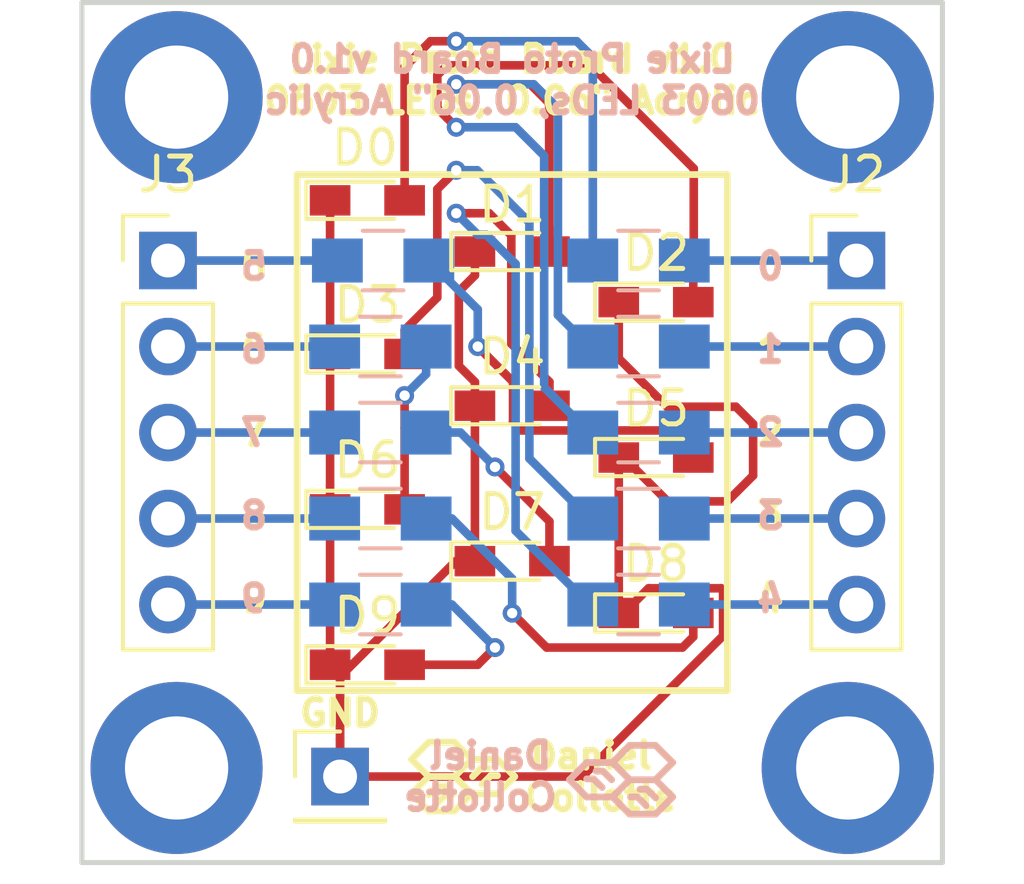
<source format=kicad_pcb>
(kicad_pcb (version 4) (host pcbnew 4.0.6)

  (general
    (links 30)
    (no_connects 0)
    (area 88.824999 91.364999 114.375001 116.915001)
    (thickness 1.6)
    (drawings 65)
    (tracks 144)
    (zones 0)
    (modules 23)
    (nets 22)
  )

  (page A4)
  (layers
    (0 F.Cu signal)
    (31 B.Cu signal)
    (32 B.Adhes user hide)
    (33 F.Adhes user)
    (34 B.Paste user hide)
    (35 F.Paste user)
    (36 B.SilkS user hide)
    (37 F.SilkS user)
    (38 B.Mask user hide)
    (39 F.Mask user)
    (40 Dwgs.User user)
    (41 Cmts.User user)
    (42 Eco1.User user)
    (43 Eco2.User user hide)
    (44 Edge.Cuts user)
    (45 Margin user)
    (46 B.CrtYd user hide)
    (47 F.CrtYd user)
    (48 B.Fab user hide)
    (49 F.Fab user)
  )

  (setup
    (last_trace_width 0.254)
    (user_trace_width 0.1524)
    (user_trace_width 0.254)
    (trace_clearance 0.1524)
    (zone_clearance 0.508)
    (zone_45_only no)
    (trace_min 0.1524)
    (segment_width 0.2)
    (edge_width 0.15)
    (via_size 0.5588)
    (via_drill 0.3048)
    (via_min_size 0.508)
    (via_min_drill 0.254)
    (user_via 0.5588 0.3048)
    (user_via 5.08 3.048)
    (uvia_size 0.3)
    (uvia_drill 0.1)
    (uvias_allowed no)
    (uvia_min_size 0.2)
    (uvia_min_drill 0.1)
    (pcb_text_width 0.3)
    (pcb_text_size 1.5 1.5)
    (mod_edge_width 0.15)
    (mod_text_size 1 1)
    (mod_text_width 0.15)
    (pad_size 1.524 1.524)
    (pad_drill 0.762)
    (pad_to_mask_clearance 0.2)
    (aux_axis_origin 88.9 116.84)
    (grid_origin 88.9 116.84)
    (visible_elements 7FFE76BF)
    (pcbplotparams
      (layerselection 0x01030_80000001)
      (usegerberextensions false)
      (excludeedgelayer true)
      (linewidth 0.100000)
      (plotframeref false)
      (viasonmask false)
      (mode 1)
      (useauxorigin false)
      (hpglpennumber 1)
      (hpglpenspeed 20)
      (hpglpendiameter 15)
      (hpglpenoverlay 2)
      (psnegative false)
      (psa4output false)
      (plotreference true)
      (plotvalue true)
      (plotinvisibletext false)
      (padsonsilk false)
      (subtractmaskfromsilk false)
      (outputformat 1)
      (mirror false)
      (drillshape 0)
      (scaleselection 1)
      (outputdirectory R:/Dropbox/Lixie_Test/Gerbers/))
  )

  (net 0 "")
  (net 1 GND)
  (net 2 "Net-(D1-Pad2)")
  (net 3 "Net-(D2-Pad2)")
  (net 4 "Net-(D3-Pad2)")
  (net 5 "Net-(D4-Pad2)")
  (net 6 "Net-(D5-Pad2)")
  (net 7 "Net-(D6-Pad2)")
  (net 8 "Net-(D7-Pad2)")
  (net 9 "Net-(D8-Pad2)")
  (net 10 "Net-(D9-Pad2)")
  (net 11 "Net-(D0-Pad2)")
  (net 12 "Net-(J2-Pad1)")
  (net 13 "Net-(J2-Pad2)")
  (net 14 "Net-(J2-Pad3)")
  (net 15 "Net-(J2-Pad4)")
  (net 16 "Net-(J2-Pad5)")
  (net 17 "Net-(J3-Pad1)")
  (net 18 "Net-(J3-Pad2)")
  (net 19 "Net-(J3-Pad3)")
  (net 20 "Net-(J3-Pad4)")
  (net 21 "Net-(J3-Pad5)")

  (net_class Default "This is the default net class."
    (clearance 0.1524)
    (trace_width 0.254)
    (via_dia 0.5588)
    (via_drill 0.3048)
    (uvia_dia 0.3)
    (uvia_drill 0.1)
    (add_net GND)
    (add_net "Net-(D0-Pad2)")
    (add_net "Net-(D1-Pad2)")
    (add_net "Net-(D2-Pad2)")
    (add_net "Net-(D3-Pad2)")
    (add_net "Net-(D4-Pad2)")
    (add_net "Net-(D5-Pad2)")
    (add_net "Net-(D6-Pad2)")
    (add_net "Net-(D7-Pad2)")
    (add_net "Net-(D8-Pad2)")
    (add_net "Net-(D9-Pad2)")
    (add_net "Net-(J2-Pad1)")
    (add_net "Net-(J2-Pad2)")
    (add_net "Net-(J2-Pad3)")
    (add_net "Net-(J2-Pad4)")
    (add_net "Net-(J2-Pad5)")
    (add_net "Net-(J3-Pad1)")
    (add_net "Net-(J3-Pad2)")
    (add_net "Net-(J3-Pad3)")
    (add_net "Net-(J3-Pad4)")
    (add_net "Net-(J3-Pad5)")
  )

  (module LEDs:LED_0603_HandSoldering (layer F.Cu) (tedit 597D1DBB) (tstamp 597D0BC2)
    (at 101.6 98.794832)
    (descr "LED SMD 0603, hand soldering")
    (tags "LED 0603")
    (path /597CDB6D)
    (attr smd)
    (fp_text reference D1 (at 0 -1.385832) (layer F.SilkS)
      (effects (font (size 1 1) (thickness 0.15)))
    )
    (fp_text value LED (at 0 1.55) (layer F.Fab)
      (effects (font (size 1 1) (thickness 0.15)))
    )
    (fp_line (start -1.8 -0.55) (end -1.8 0.55) (layer F.SilkS) (width 0.12))
    (fp_line (start -0.2 -0.2) (end -0.2 0.2) (layer F.Fab) (width 0.1))
    (fp_line (start -0.15 0) (end 0.15 -0.2) (layer F.Fab) (width 0.1))
    (fp_line (start 0.15 0.2) (end -0.15 0) (layer F.Fab) (width 0.1))
    (fp_line (start 0.15 -0.2) (end 0.15 0.2) (layer F.Fab) (width 0.1))
    (fp_line (start 0.8 0.4) (end -0.8 0.4) (layer F.Fab) (width 0.1))
    (fp_line (start 0.8 -0.4) (end 0.8 0.4) (layer F.Fab) (width 0.1))
    (fp_line (start -0.8 -0.4) (end 0.8 -0.4) (layer F.Fab) (width 0.1))
    (fp_line (start -1.8 0.55) (end 0.8 0.55) (layer F.SilkS) (width 0.12))
    (fp_line (start -1.8 -0.55) (end 0.8 -0.55) (layer F.SilkS) (width 0.12))
    (fp_line (start -1.96 -0.7) (end 1.95 -0.7) (layer F.CrtYd) (width 0.05))
    (fp_line (start -1.96 -0.7) (end -1.96 0.7) (layer F.CrtYd) (width 0.05))
    (fp_line (start 1.95 0.7) (end 1.95 -0.7) (layer F.CrtYd) (width 0.05))
    (fp_line (start 1.95 0.7) (end -1.96 0.7) (layer F.CrtYd) (width 0.05))
    (fp_line (start -0.8 -0.4) (end -0.8 0.4) (layer F.Fab) (width 0.1))
    (pad 1 smd rect (at -1.1 0) (size 1.2 0.9) (layers F.Cu F.Paste F.Mask)
      (net 1 GND))
    (pad 2 smd rect (at 1.1 0) (size 1.2 0.9) (layers F.Cu F.Paste F.Mask)
      (net 2 "Net-(D1-Pad2)"))
    (model ${KISYS3DMOD}/LEDs.3dshapes/LED_0603.wrl
      (at (xyz 0 0 0))
      (scale (xyz 1 1 1))
      (rotate (xyz 0 0 180))
    )
  )

  (module LEDs:LED_0603_HandSoldering (layer F.Cu) (tedit 595FC9C0) (tstamp 597D0BD7)
    (at 105.846 100.288776)
    (descr "LED SMD 0603, hand soldering")
    (tags "LED 0603")
    (path /597D05FE)
    (attr smd)
    (fp_text reference D2 (at 0 -1.45) (layer F.SilkS)
      (effects (font (size 1 1) (thickness 0.15)))
    )
    (fp_text value LED (at 0 1.55) (layer F.Fab)
      (effects (font (size 1 1) (thickness 0.15)))
    )
    (fp_line (start -1.8 -0.55) (end -1.8 0.55) (layer F.SilkS) (width 0.12))
    (fp_line (start -0.2 -0.2) (end -0.2 0.2) (layer F.Fab) (width 0.1))
    (fp_line (start -0.15 0) (end 0.15 -0.2) (layer F.Fab) (width 0.1))
    (fp_line (start 0.15 0.2) (end -0.15 0) (layer F.Fab) (width 0.1))
    (fp_line (start 0.15 -0.2) (end 0.15 0.2) (layer F.Fab) (width 0.1))
    (fp_line (start 0.8 0.4) (end -0.8 0.4) (layer F.Fab) (width 0.1))
    (fp_line (start 0.8 -0.4) (end 0.8 0.4) (layer F.Fab) (width 0.1))
    (fp_line (start -0.8 -0.4) (end 0.8 -0.4) (layer F.Fab) (width 0.1))
    (fp_line (start -1.8 0.55) (end 0.8 0.55) (layer F.SilkS) (width 0.12))
    (fp_line (start -1.8 -0.55) (end 0.8 -0.55) (layer F.SilkS) (width 0.12))
    (fp_line (start -1.96 -0.7) (end 1.95 -0.7) (layer F.CrtYd) (width 0.05))
    (fp_line (start -1.96 -0.7) (end -1.96 0.7) (layer F.CrtYd) (width 0.05))
    (fp_line (start 1.95 0.7) (end 1.95 -0.7) (layer F.CrtYd) (width 0.05))
    (fp_line (start 1.95 0.7) (end -1.96 0.7) (layer F.CrtYd) (width 0.05))
    (fp_line (start -0.8 -0.4) (end -0.8 0.4) (layer F.Fab) (width 0.1))
    (pad 1 smd rect (at -1.1 0) (size 1.2 0.9) (layers F.Cu F.Paste F.Mask)
      (net 1 GND))
    (pad 2 smd rect (at 1.1 0) (size 1.2 0.9) (layers F.Cu F.Paste F.Mask)
      (net 3 "Net-(D2-Pad2)"))
    (model ${KISYS3DMOD}/LEDs.3dshapes/LED_0603.wrl
      (at (xyz 0 0 0))
      (scale (xyz 1 1 1))
      (rotate (xyz 0 0 180))
    )
  )

  (module LEDs:LED_0603_HandSoldering (layer F.Cu) (tedit 595FC9C0) (tstamp 597D0BEC)
    (at 97.325 101.818664)
    (descr "LED SMD 0603, hand soldering")
    (tags "LED 0603")
    (path /597D09EC)
    (attr smd)
    (fp_text reference D3 (at 0 -1.45) (layer F.SilkS)
      (effects (font (size 1 1) (thickness 0.15)))
    )
    (fp_text value LED (at 0 1.55) (layer F.Fab)
      (effects (font (size 1 1) (thickness 0.15)))
    )
    (fp_line (start -1.8 -0.55) (end -1.8 0.55) (layer F.SilkS) (width 0.12))
    (fp_line (start -0.2 -0.2) (end -0.2 0.2) (layer F.Fab) (width 0.1))
    (fp_line (start -0.15 0) (end 0.15 -0.2) (layer F.Fab) (width 0.1))
    (fp_line (start 0.15 0.2) (end -0.15 0) (layer F.Fab) (width 0.1))
    (fp_line (start 0.15 -0.2) (end 0.15 0.2) (layer F.Fab) (width 0.1))
    (fp_line (start 0.8 0.4) (end -0.8 0.4) (layer F.Fab) (width 0.1))
    (fp_line (start 0.8 -0.4) (end 0.8 0.4) (layer F.Fab) (width 0.1))
    (fp_line (start -0.8 -0.4) (end 0.8 -0.4) (layer F.Fab) (width 0.1))
    (fp_line (start -1.8 0.55) (end 0.8 0.55) (layer F.SilkS) (width 0.12))
    (fp_line (start -1.8 -0.55) (end 0.8 -0.55) (layer F.SilkS) (width 0.12))
    (fp_line (start -1.96 -0.7) (end 1.95 -0.7) (layer F.CrtYd) (width 0.05))
    (fp_line (start -1.96 -0.7) (end -1.96 0.7) (layer F.CrtYd) (width 0.05))
    (fp_line (start 1.95 0.7) (end 1.95 -0.7) (layer F.CrtYd) (width 0.05))
    (fp_line (start 1.95 0.7) (end -1.96 0.7) (layer F.CrtYd) (width 0.05))
    (fp_line (start -0.8 -0.4) (end -0.8 0.4) (layer F.Fab) (width 0.1))
    (pad 1 smd rect (at -1.1 0) (size 1.2 0.9) (layers F.Cu F.Paste F.Mask)
      (net 1 GND))
    (pad 2 smd rect (at 1.1 0) (size 1.2 0.9) (layers F.Cu F.Paste F.Mask)
      (net 4 "Net-(D3-Pad2)"))
    (model ${KISYS3DMOD}/LEDs.3dshapes/LED_0603.wrl
      (at (xyz 0 0 0))
      (scale (xyz 1 1 1))
      (rotate (xyz 0 0 180))
    )
  )

  (module LEDs:LED_0603_HandSoldering (layer F.Cu) (tedit 595FC9C0) (tstamp 597D0C01)
    (at 101.6 103.348552)
    (descr "LED SMD 0603, hand soldering")
    (tags "LED 0603")
    (path /597D15C2)
    (attr smd)
    (fp_text reference D4 (at 0 -1.45) (layer F.SilkS)
      (effects (font (size 1 1) (thickness 0.15)))
    )
    (fp_text value LED (at 0 1.55) (layer F.Fab)
      (effects (font (size 1 1) (thickness 0.15)))
    )
    (fp_line (start -1.8 -0.55) (end -1.8 0.55) (layer F.SilkS) (width 0.12))
    (fp_line (start -0.2 -0.2) (end -0.2 0.2) (layer F.Fab) (width 0.1))
    (fp_line (start -0.15 0) (end 0.15 -0.2) (layer F.Fab) (width 0.1))
    (fp_line (start 0.15 0.2) (end -0.15 0) (layer F.Fab) (width 0.1))
    (fp_line (start 0.15 -0.2) (end 0.15 0.2) (layer F.Fab) (width 0.1))
    (fp_line (start 0.8 0.4) (end -0.8 0.4) (layer F.Fab) (width 0.1))
    (fp_line (start 0.8 -0.4) (end 0.8 0.4) (layer F.Fab) (width 0.1))
    (fp_line (start -0.8 -0.4) (end 0.8 -0.4) (layer F.Fab) (width 0.1))
    (fp_line (start -1.8 0.55) (end 0.8 0.55) (layer F.SilkS) (width 0.12))
    (fp_line (start -1.8 -0.55) (end 0.8 -0.55) (layer F.SilkS) (width 0.12))
    (fp_line (start -1.96 -0.7) (end 1.95 -0.7) (layer F.CrtYd) (width 0.05))
    (fp_line (start -1.96 -0.7) (end -1.96 0.7) (layer F.CrtYd) (width 0.05))
    (fp_line (start 1.95 0.7) (end 1.95 -0.7) (layer F.CrtYd) (width 0.05))
    (fp_line (start 1.95 0.7) (end -1.96 0.7) (layer F.CrtYd) (width 0.05))
    (fp_line (start -0.8 -0.4) (end -0.8 0.4) (layer F.Fab) (width 0.1))
    (pad 1 smd rect (at -1.1 0) (size 1.2 0.9) (layers F.Cu F.Paste F.Mask)
      (net 1 GND))
    (pad 2 smd rect (at 1.1 0) (size 1.2 0.9) (layers F.Cu F.Paste F.Mask)
      (net 5 "Net-(D4-Pad2)"))
    (model ${KISYS3DMOD}/LEDs.3dshapes/LED_0603.wrl
      (at (xyz 0 0 0))
      (scale (xyz 1 1 1))
      (rotate (xyz 0 0 180))
    )
  )

  (module LEDs:LED_0603_HandSoldering (layer F.Cu) (tedit 595FC9C0) (tstamp 597D0C16)
    (at 105.846 104.87844)
    (descr "LED SMD 0603, hand soldering")
    (tags "LED 0603")
    (path /597D1548)
    (attr smd)
    (fp_text reference D5 (at 0 -1.45) (layer F.SilkS)
      (effects (font (size 1 1) (thickness 0.15)))
    )
    (fp_text value LED (at 0 1.55) (layer F.Fab)
      (effects (font (size 1 1) (thickness 0.15)))
    )
    (fp_line (start -1.8 -0.55) (end -1.8 0.55) (layer F.SilkS) (width 0.12))
    (fp_line (start -0.2 -0.2) (end -0.2 0.2) (layer F.Fab) (width 0.1))
    (fp_line (start -0.15 0) (end 0.15 -0.2) (layer F.Fab) (width 0.1))
    (fp_line (start 0.15 0.2) (end -0.15 0) (layer F.Fab) (width 0.1))
    (fp_line (start 0.15 -0.2) (end 0.15 0.2) (layer F.Fab) (width 0.1))
    (fp_line (start 0.8 0.4) (end -0.8 0.4) (layer F.Fab) (width 0.1))
    (fp_line (start 0.8 -0.4) (end 0.8 0.4) (layer F.Fab) (width 0.1))
    (fp_line (start -0.8 -0.4) (end 0.8 -0.4) (layer F.Fab) (width 0.1))
    (fp_line (start -1.8 0.55) (end 0.8 0.55) (layer F.SilkS) (width 0.12))
    (fp_line (start -1.8 -0.55) (end 0.8 -0.55) (layer F.SilkS) (width 0.12))
    (fp_line (start -1.96 -0.7) (end 1.95 -0.7) (layer F.CrtYd) (width 0.05))
    (fp_line (start -1.96 -0.7) (end -1.96 0.7) (layer F.CrtYd) (width 0.05))
    (fp_line (start 1.95 0.7) (end 1.95 -0.7) (layer F.CrtYd) (width 0.05))
    (fp_line (start 1.95 0.7) (end -1.96 0.7) (layer F.CrtYd) (width 0.05))
    (fp_line (start -0.8 -0.4) (end -0.8 0.4) (layer F.Fab) (width 0.1))
    (pad 1 smd rect (at -1.1 0) (size 1.2 0.9) (layers F.Cu F.Paste F.Mask)
      (net 1 GND))
    (pad 2 smd rect (at 1.1 0) (size 1.2 0.9) (layers F.Cu F.Paste F.Mask)
      (net 6 "Net-(D5-Pad2)"))
    (model ${KISYS3DMOD}/LEDs.3dshapes/LED_0603.wrl
      (at (xyz 0 0 0))
      (scale (xyz 1 1 1))
      (rotate (xyz 0 0 180))
    )
  )

  (module LEDs:LED_0603_HandSoldering (layer F.Cu) (tedit 595FC9C0) (tstamp 597D0C55)
    (at 105.846 109.468104)
    (descr "LED SMD 0603, hand soldering")
    (tags "LED 0603")
    (path /597D08AC)
    (attr smd)
    (fp_text reference D8 (at 0 -1.45) (layer F.SilkS)
      (effects (font (size 1 1) (thickness 0.15)))
    )
    (fp_text value LED (at 0 1.55) (layer F.Fab)
      (effects (font (size 1 1) (thickness 0.15)))
    )
    (fp_line (start -1.8 -0.55) (end -1.8 0.55) (layer F.SilkS) (width 0.12))
    (fp_line (start -0.2 -0.2) (end -0.2 0.2) (layer F.Fab) (width 0.1))
    (fp_line (start -0.15 0) (end 0.15 -0.2) (layer F.Fab) (width 0.1))
    (fp_line (start 0.15 0.2) (end -0.15 0) (layer F.Fab) (width 0.1))
    (fp_line (start 0.15 -0.2) (end 0.15 0.2) (layer F.Fab) (width 0.1))
    (fp_line (start 0.8 0.4) (end -0.8 0.4) (layer F.Fab) (width 0.1))
    (fp_line (start 0.8 -0.4) (end 0.8 0.4) (layer F.Fab) (width 0.1))
    (fp_line (start -0.8 -0.4) (end 0.8 -0.4) (layer F.Fab) (width 0.1))
    (fp_line (start -1.8 0.55) (end 0.8 0.55) (layer F.SilkS) (width 0.12))
    (fp_line (start -1.8 -0.55) (end 0.8 -0.55) (layer F.SilkS) (width 0.12))
    (fp_line (start -1.96 -0.7) (end 1.95 -0.7) (layer F.CrtYd) (width 0.05))
    (fp_line (start -1.96 -0.7) (end -1.96 0.7) (layer F.CrtYd) (width 0.05))
    (fp_line (start 1.95 0.7) (end 1.95 -0.7) (layer F.CrtYd) (width 0.05))
    (fp_line (start 1.95 0.7) (end -1.96 0.7) (layer F.CrtYd) (width 0.05))
    (fp_line (start -0.8 -0.4) (end -0.8 0.4) (layer F.Fab) (width 0.1))
    (pad 1 smd rect (at -1.1 0) (size 1.2 0.9) (layers F.Cu F.Paste F.Mask)
      (net 1 GND))
    (pad 2 smd rect (at 1.1 0) (size 1.2 0.9) (layers F.Cu F.Paste F.Mask)
      (net 9 "Net-(D8-Pad2)"))
    (model ${KISYS3DMOD}/LEDs.3dshapes/LED_0603.wrl
      (at (xyz 0 0 0))
      (scale (xyz 1 1 1))
      (rotate (xyz 0 0 180))
    )
  )

  (module LEDs:LED_0603_HandSoldering (layer F.Cu) (tedit 595FC9C0) (tstamp 597D0C6A)
    (at 97.325 110.997992)
    (descr "LED SMD 0603, hand soldering")
    (tags "LED 0603")
    (path /597D5115)
    (attr smd)
    (fp_text reference D9 (at 0 -1.45) (layer F.SilkS)
      (effects (font (size 1 1) (thickness 0.15)))
    )
    (fp_text value LED (at 0 1.55) (layer F.Fab)
      (effects (font (size 1 1) (thickness 0.15)))
    )
    (fp_line (start -1.8 -0.55) (end -1.8 0.55) (layer F.SilkS) (width 0.12))
    (fp_line (start -0.2 -0.2) (end -0.2 0.2) (layer F.Fab) (width 0.1))
    (fp_line (start -0.15 0) (end 0.15 -0.2) (layer F.Fab) (width 0.1))
    (fp_line (start 0.15 0.2) (end -0.15 0) (layer F.Fab) (width 0.1))
    (fp_line (start 0.15 -0.2) (end 0.15 0.2) (layer F.Fab) (width 0.1))
    (fp_line (start 0.8 0.4) (end -0.8 0.4) (layer F.Fab) (width 0.1))
    (fp_line (start 0.8 -0.4) (end 0.8 0.4) (layer F.Fab) (width 0.1))
    (fp_line (start -0.8 -0.4) (end 0.8 -0.4) (layer F.Fab) (width 0.1))
    (fp_line (start -1.8 0.55) (end 0.8 0.55) (layer F.SilkS) (width 0.12))
    (fp_line (start -1.8 -0.55) (end 0.8 -0.55) (layer F.SilkS) (width 0.12))
    (fp_line (start -1.96 -0.7) (end 1.95 -0.7) (layer F.CrtYd) (width 0.05))
    (fp_line (start -1.96 -0.7) (end -1.96 0.7) (layer F.CrtYd) (width 0.05))
    (fp_line (start 1.95 0.7) (end 1.95 -0.7) (layer F.CrtYd) (width 0.05))
    (fp_line (start 1.95 0.7) (end -1.96 0.7) (layer F.CrtYd) (width 0.05))
    (fp_line (start -0.8 -0.4) (end -0.8 0.4) (layer F.Fab) (width 0.1))
    (pad 1 smd rect (at -1.1 0) (size 1.2 0.9) (layers F.Cu F.Paste F.Mask)
      (net 1 GND))
    (pad 2 smd rect (at 1.1 0) (size 1.2 0.9) (layers F.Cu F.Paste F.Mask)
      (net 10 "Net-(D9-Pad2)"))
    (model ${KISYS3DMOD}/LEDs.3dshapes/LED_0603.wrl
      (at (xyz 0 0 0))
      (scale (xyz 1 1 1))
      (rotate (xyz 0 0 180))
    )
  )

  (module Resistors_SMD:R_0805_HandSoldering (layer B.Cu) (tedit 597D2B99) (tstamp 597D0E32)
    (at 105.33 99.06 180)
    (descr "Resistor SMD 0805, hand soldering")
    (tags "resistor 0805")
    (path /597D198E)
    (attr smd)
    (fp_text reference R1 (at 0 1.7 180) (layer B.SilkS) hide
      (effects (font (size 1 1) (thickness 0.15)) (justify mirror))
    )
    (fp_text value R (at 0 -1.75 180) (layer B.Fab)
      (effects (font (size 1 1) (thickness 0.15)) (justify mirror))
    )
    (fp_text user %R (at 1.4 -0.1 180) (layer B.Fab)
      (effects (font (size 0.5 0.5) (thickness 0.075)) (justify mirror))
    )
    (fp_line (start -1 -0.62) (end -1 0.62) (layer B.Fab) (width 0.1))
    (fp_line (start 1 -0.62) (end -1 -0.62) (layer B.Fab) (width 0.1))
    (fp_line (start 1 0.62) (end 1 -0.62) (layer B.Fab) (width 0.1))
    (fp_line (start -1 0.62) (end 1 0.62) (layer B.Fab) (width 0.1))
    (fp_line (start 0.6 -0.88) (end -0.6 -0.88) (layer B.SilkS) (width 0.12))
    (fp_line (start -0.6 0.88) (end 0.6 0.88) (layer B.SilkS) (width 0.12))
    (fp_line (start -2.35 0.9) (end 2.35 0.9) (layer B.CrtYd) (width 0.05))
    (fp_line (start -2.35 0.9) (end -2.35 -0.9) (layer B.CrtYd) (width 0.05))
    (fp_line (start 2.35 -0.9) (end 2.35 0.9) (layer B.CrtYd) (width 0.05))
    (fp_line (start 2.35 -0.9) (end -2.35 -0.9) (layer B.CrtYd) (width 0.05))
    (pad 1 smd rect (at -1.35 0 180) (size 1.5 1.3) (layers B.Cu B.Paste B.Mask)
      (net 12 "Net-(J2-Pad1)"))
    (pad 2 smd rect (at 1.35 0 180) (size 1.5 1.3) (layers B.Cu B.Paste B.Mask)
      (net 11 "Net-(D0-Pad2)"))
    (model ${KISYS3DMOD}/Resistors_SMD.3dshapes/R_0805.wrl
      (at (xyz 0 0 0))
      (scale (xyz 1 1 1))
      (rotate (xyz 0 0 0))
    )
  )

  (module Resistors_SMD:R_0805_HandSoldering (layer B.Cu) (tedit 597D2B9C) (tstamp 597D0E43)
    (at 105.33 101.6 180)
    (descr "Resistor SMD 0805, hand soldering")
    (tags "resistor 0805")
    (path /597D2195)
    (attr smd)
    (fp_text reference R2 (at 0 1.7 180) (layer B.SilkS) hide
      (effects (font (size 1 1) (thickness 0.15)) (justify mirror))
    )
    (fp_text value R (at 0 -1.75 180) (layer B.Fab)
      (effects (font (size 1 1) (thickness 0.15)) (justify mirror))
    )
    (fp_text user %R (at 0 0 180) (layer B.Fab)
      (effects (font (size 0.5 0.5) (thickness 0.075)) (justify mirror))
    )
    (fp_line (start -1 -0.62) (end -1 0.62) (layer B.Fab) (width 0.1))
    (fp_line (start 1 -0.62) (end -1 -0.62) (layer B.Fab) (width 0.1))
    (fp_line (start 1 0.62) (end 1 -0.62) (layer B.Fab) (width 0.1))
    (fp_line (start -1 0.62) (end 1 0.62) (layer B.Fab) (width 0.1))
    (fp_line (start 0.6 -0.88) (end -0.6 -0.88) (layer B.SilkS) (width 0.12))
    (fp_line (start -0.6 0.88) (end 0.6 0.88) (layer B.SilkS) (width 0.12))
    (fp_line (start -2.35 0.9) (end 2.35 0.9) (layer B.CrtYd) (width 0.05))
    (fp_line (start -2.35 0.9) (end -2.35 -0.9) (layer B.CrtYd) (width 0.05))
    (fp_line (start 2.35 -0.9) (end 2.35 0.9) (layer B.CrtYd) (width 0.05))
    (fp_line (start 2.35 -0.9) (end -2.35 -0.9) (layer B.CrtYd) (width 0.05))
    (pad 1 smd rect (at -1.35 0 180) (size 1.5 1.3) (layers B.Cu B.Paste B.Mask)
      (net 13 "Net-(J2-Pad2)"))
    (pad 2 smd rect (at 1.35 0 180) (size 1.5 1.3) (layers B.Cu B.Paste B.Mask)
      (net 2 "Net-(D1-Pad2)"))
    (model ${KISYS3DMOD}/Resistors_SMD.3dshapes/R_0805.wrl
      (at (xyz 0 0 0))
      (scale (xyz 1 1 1))
      (rotate (xyz 0 0 0))
    )
  )

  (module Resistors_SMD:R_0805_HandSoldering (layer B.Cu) (tedit 597D2B9F) (tstamp 597D0E54)
    (at 105.33 104.14 180)
    (descr "Resistor SMD 0805, hand soldering")
    (tags "resistor 0805")
    (path /597D21D0)
    (attr smd)
    (fp_text reference R3 (at 0 1.7 180) (layer B.SilkS) hide
      (effects (font (size 1 1) (thickness 0.15)) (justify mirror))
    )
    (fp_text value R (at 0 -1.75 180) (layer B.Fab)
      (effects (font (size 1 1) (thickness 0.15)) (justify mirror))
    )
    (fp_text user %R (at 0 0 180) (layer B.Fab)
      (effects (font (size 0.5 0.5) (thickness 0.075)) (justify mirror))
    )
    (fp_line (start -1 -0.62) (end -1 0.62) (layer B.Fab) (width 0.1))
    (fp_line (start 1 -0.62) (end -1 -0.62) (layer B.Fab) (width 0.1))
    (fp_line (start 1 0.62) (end 1 -0.62) (layer B.Fab) (width 0.1))
    (fp_line (start -1 0.62) (end 1 0.62) (layer B.Fab) (width 0.1))
    (fp_line (start 0.6 -0.88) (end -0.6 -0.88) (layer B.SilkS) (width 0.12))
    (fp_line (start -0.6 0.88) (end 0.6 0.88) (layer B.SilkS) (width 0.12))
    (fp_line (start -2.35 0.9) (end 2.35 0.9) (layer B.CrtYd) (width 0.05))
    (fp_line (start -2.35 0.9) (end -2.35 -0.9) (layer B.CrtYd) (width 0.05))
    (fp_line (start 2.35 -0.9) (end 2.35 0.9) (layer B.CrtYd) (width 0.05))
    (fp_line (start 2.35 -0.9) (end -2.35 -0.9) (layer B.CrtYd) (width 0.05))
    (pad 1 smd rect (at -1.35 0 180) (size 1.5 1.3) (layers B.Cu B.Paste B.Mask)
      (net 14 "Net-(J2-Pad3)"))
    (pad 2 smd rect (at 1.35 0 180) (size 1.5 1.3) (layers B.Cu B.Paste B.Mask)
      (net 3 "Net-(D2-Pad2)"))
    (model ${KISYS3DMOD}/Resistors_SMD.3dshapes/R_0805.wrl
      (at (xyz 0 0 0))
      (scale (xyz 1 1 1))
      (rotate (xyz 0 0 0))
    )
  )

  (module Resistors_SMD:R_0805_HandSoldering (layer B.Cu) (tedit 597D2BA1) (tstamp 597D0E65)
    (at 105.33 106.68 180)
    (descr "Resistor SMD 0805, hand soldering")
    (tags "resistor 0805")
    (path /597D224E)
    (attr smd)
    (fp_text reference R4 (at 0 1.7 180) (layer B.SilkS) hide
      (effects (font (size 1 1) (thickness 0.15)) (justify mirror))
    )
    (fp_text value R (at 0 -1.75 180) (layer B.Fab)
      (effects (font (size 1 1) (thickness 0.15)) (justify mirror))
    )
    (fp_text user %R (at 0 0 180) (layer B.Fab)
      (effects (font (size 0.5 0.5) (thickness 0.075)) (justify mirror))
    )
    (fp_line (start -1 -0.62) (end -1 0.62) (layer B.Fab) (width 0.1))
    (fp_line (start 1 -0.62) (end -1 -0.62) (layer B.Fab) (width 0.1))
    (fp_line (start 1 0.62) (end 1 -0.62) (layer B.Fab) (width 0.1))
    (fp_line (start -1 0.62) (end 1 0.62) (layer B.Fab) (width 0.1))
    (fp_line (start 0.6 -0.88) (end -0.6 -0.88) (layer B.SilkS) (width 0.12))
    (fp_line (start -0.6 0.88) (end 0.6 0.88) (layer B.SilkS) (width 0.12))
    (fp_line (start -2.35 0.9) (end 2.35 0.9) (layer B.CrtYd) (width 0.05))
    (fp_line (start -2.35 0.9) (end -2.35 -0.9) (layer B.CrtYd) (width 0.05))
    (fp_line (start 2.35 -0.9) (end 2.35 0.9) (layer B.CrtYd) (width 0.05))
    (fp_line (start 2.35 -0.9) (end -2.35 -0.9) (layer B.CrtYd) (width 0.05))
    (pad 1 smd rect (at -1.35 0 180) (size 1.5 1.3) (layers B.Cu B.Paste B.Mask)
      (net 15 "Net-(J2-Pad4)"))
    (pad 2 smd rect (at 1.35 0 180) (size 1.5 1.3) (layers B.Cu B.Paste B.Mask)
      (net 4 "Net-(D3-Pad2)"))
    (model ${KISYS3DMOD}/Resistors_SMD.3dshapes/R_0805.wrl
      (at (xyz 0 0 0))
      (scale (xyz 1 1 1))
      (rotate (xyz 0 0 0))
    )
  )

  (module Resistors_SMD:R_0805_HandSoldering (layer B.Cu) (tedit 597D2BA3) (tstamp 597D0E76)
    (at 105.33 109.22 180)
    (descr "Resistor SMD 0805, hand soldering")
    (tags "resistor 0805")
    (path /597D22BD)
    (attr smd)
    (fp_text reference R5 (at 0 1.7 180) (layer B.SilkS) hide
      (effects (font (size 1 1) (thickness 0.15)) (justify mirror))
    )
    (fp_text value R (at 0 -1.75 180) (layer B.Fab)
      (effects (font (size 1 1) (thickness 0.15)) (justify mirror))
    )
    (fp_text user %R (at 0 0 180) (layer B.Fab)
      (effects (font (size 0.5 0.5) (thickness 0.075)) (justify mirror))
    )
    (fp_line (start -1 -0.62) (end -1 0.62) (layer B.Fab) (width 0.1))
    (fp_line (start 1 -0.62) (end -1 -0.62) (layer B.Fab) (width 0.1))
    (fp_line (start 1 0.62) (end 1 -0.62) (layer B.Fab) (width 0.1))
    (fp_line (start -1 0.62) (end 1 0.62) (layer B.Fab) (width 0.1))
    (fp_line (start 0.6 -0.88) (end -0.6 -0.88) (layer B.SilkS) (width 0.12))
    (fp_line (start -0.6 0.88) (end 0.6 0.88) (layer B.SilkS) (width 0.12))
    (fp_line (start -2.35 0.9) (end 2.35 0.9) (layer B.CrtYd) (width 0.05))
    (fp_line (start -2.35 0.9) (end -2.35 -0.9) (layer B.CrtYd) (width 0.05))
    (fp_line (start 2.35 -0.9) (end 2.35 0.9) (layer B.CrtYd) (width 0.05))
    (fp_line (start 2.35 -0.9) (end -2.35 -0.9) (layer B.CrtYd) (width 0.05))
    (pad 1 smd rect (at -1.35 0 180) (size 1.5 1.3) (layers B.Cu B.Paste B.Mask)
      (net 16 "Net-(J2-Pad5)"))
    (pad 2 smd rect (at 1.35 0 180) (size 1.5 1.3) (layers B.Cu B.Paste B.Mask)
      (net 5 "Net-(D4-Pad2)"))
    (model ${KISYS3DMOD}/Resistors_SMD.3dshapes/R_0805.wrl
      (at (xyz 0 0 0))
      (scale (xyz 1 1 1))
      (rotate (xyz 0 0 0))
    )
  )

  (module Resistors_SMD:R_0805_HandSoldering (layer B.Cu) (tedit 597D2BB3) (tstamp 597D0E87)
    (at 97.79 99.06)
    (descr "Resistor SMD 0805, hand soldering")
    (tags "resistor 0805")
    (path /597D233D)
    (attr smd)
    (fp_text reference R6 (at 0 1.7) (layer B.SilkS) hide
      (effects (font (size 1 1) (thickness 0.15)) (justify mirror))
    )
    (fp_text value R (at 0 -1.75) (layer B.Fab)
      (effects (font (size 1 1) (thickness 0.15)) (justify mirror))
    )
    (fp_text user %R (at 0 0) (layer B.Fab)
      (effects (font (size 0.5 0.5) (thickness 0.075)) (justify mirror))
    )
    (fp_line (start -1 -0.62) (end -1 0.62) (layer B.Fab) (width 0.1))
    (fp_line (start 1 -0.62) (end -1 -0.62) (layer B.Fab) (width 0.1))
    (fp_line (start 1 0.62) (end 1 -0.62) (layer B.Fab) (width 0.1))
    (fp_line (start -1 0.62) (end 1 0.62) (layer B.Fab) (width 0.1))
    (fp_line (start 0.6 -0.88) (end -0.6 -0.88) (layer B.SilkS) (width 0.12))
    (fp_line (start -0.6 0.88) (end 0.6 0.88) (layer B.SilkS) (width 0.12))
    (fp_line (start -2.35 0.9) (end 2.35 0.9) (layer B.CrtYd) (width 0.05))
    (fp_line (start -2.35 0.9) (end -2.35 -0.9) (layer B.CrtYd) (width 0.05))
    (fp_line (start 2.35 -0.9) (end 2.35 0.9) (layer B.CrtYd) (width 0.05))
    (fp_line (start 2.35 -0.9) (end -2.35 -0.9) (layer B.CrtYd) (width 0.05))
    (pad 1 smd rect (at -1.35 0) (size 1.5 1.3) (layers B.Cu B.Paste B.Mask)
      (net 17 "Net-(J3-Pad1)"))
    (pad 2 smd rect (at 1.35 0) (size 1.5 1.3) (layers B.Cu B.Paste B.Mask)
      (net 6 "Net-(D5-Pad2)"))
    (model ${KISYS3DMOD}/Resistors_SMD.3dshapes/R_0805.wrl
      (at (xyz 0 0 0))
      (scale (xyz 1 1 1))
      (rotate (xyz 0 0 0))
    )
  )

  (module Resistors_SMD:R_0805_HandSoldering (layer B.Cu) (tedit 597D2BB1) (tstamp 597D0E98)
    (at 97.71 101.6)
    (descr "Resistor SMD 0805, hand soldering")
    (tags "resistor 0805")
    (path /597D23B2)
    (attr smd)
    (fp_text reference R7 (at 0 1.7) (layer B.SilkS) hide
      (effects (font (size 1 1) (thickness 0.15)) (justify mirror))
    )
    (fp_text value R (at 0 -1.75) (layer B.Fab)
      (effects (font (size 1 1) (thickness 0.15)) (justify mirror))
    )
    (fp_text user %R (at 0 0) (layer B.Fab)
      (effects (font (size 0.5 0.5) (thickness 0.075)) (justify mirror))
    )
    (fp_line (start -1 -0.62) (end -1 0.62) (layer B.Fab) (width 0.1))
    (fp_line (start 1 -0.62) (end -1 -0.62) (layer B.Fab) (width 0.1))
    (fp_line (start 1 0.62) (end 1 -0.62) (layer B.Fab) (width 0.1))
    (fp_line (start -1 0.62) (end 1 0.62) (layer B.Fab) (width 0.1))
    (fp_line (start 0.6 -0.88) (end -0.6 -0.88) (layer B.SilkS) (width 0.12))
    (fp_line (start -0.6 0.88) (end 0.6 0.88) (layer B.SilkS) (width 0.12))
    (fp_line (start -2.35 0.9) (end 2.35 0.9) (layer B.CrtYd) (width 0.05))
    (fp_line (start -2.35 0.9) (end -2.35 -0.9) (layer B.CrtYd) (width 0.05))
    (fp_line (start 2.35 -0.9) (end 2.35 0.9) (layer B.CrtYd) (width 0.05))
    (fp_line (start 2.35 -0.9) (end -2.35 -0.9) (layer B.CrtYd) (width 0.05))
    (pad 1 smd rect (at -1.35 0) (size 1.5 1.3) (layers B.Cu B.Paste B.Mask)
      (net 18 "Net-(J3-Pad2)"))
    (pad 2 smd rect (at 1.35 0) (size 1.5 1.3) (layers B.Cu B.Paste B.Mask)
      (net 7 "Net-(D6-Pad2)"))
    (model ${KISYS3DMOD}/Resistors_SMD.3dshapes/R_0805.wrl
      (at (xyz 0 0 0))
      (scale (xyz 1 1 1))
      (rotate (xyz 0 0 0))
    )
  )

  (module Resistors_SMD:R_0805_HandSoldering (layer B.Cu) (tedit 597D2BAB) (tstamp 597D0EA9)
    (at 97.71 104.14)
    (descr "Resistor SMD 0805, hand soldering")
    (tags "resistor 0805")
    (path /597D2414)
    (attr smd)
    (fp_text reference R8 (at 0 1.7) (layer B.SilkS) hide
      (effects (font (size 1 1) (thickness 0.15)) (justify mirror))
    )
    (fp_text value R (at 0 -1.75) (layer B.Fab)
      (effects (font (size 1 1) (thickness 0.15)) (justify mirror))
    )
    (fp_text user %R (at 0 0) (layer B.Fab)
      (effects (font (size 0.5 0.5) (thickness 0.075)) (justify mirror))
    )
    (fp_line (start -1 -0.62) (end -1 0.62) (layer B.Fab) (width 0.1))
    (fp_line (start 1 -0.62) (end -1 -0.62) (layer B.Fab) (width 0.1))
    (fp_line (start 1 0.62) (end 1 -0.62) (layer B.Fab) (width 0.1))
    (fp_line (start -1 0.62) (end 1 0.62) (layer B.Fab) (width 0.1))
    (fp_line (start 0.6 -0.88) (end -0.6 -0.88) (layer B.SilkS) (width 0.12))
    (fp_line (start -0.6 0.88) (end 0.6 0.88) (layer B.SilkS) (width 0.12))
    (fp_line (start -2.35 0.9) (end 2.35 0.9) (layer B.CrtYd) (width 0.05))
    (fp_line (start -2.35 0.9) (end -2.35 -0.9) (layer B.CrtYd) (width 0.05))
    (fp_line (start 2.35 -0.9) (end 2.35 0.9) (layer B.CrtYd) (width 0.05))
    (fp_line (start 2.35 -0.9) (end -2.35 -0.9) (layer B.CrtYd) (width 0.05))
    (pad 1 smd rect (at -1.35 0) (size 1.5 1.3) (layers B.Cu B.Paste B.Mask)
      (net 19 "Net-(J3-Pad3)"))
    (pad 2 smd rect (at 1.35 0) (size 1.5 1.3) (layers B.Cu B.Paste B.Mask)
      (net 8 "Net-(D7-Pad2)"))
    (model ${KISYS3DMOD}/Resistors_SMD.3dshapes/R_0805.wrl
      (at (xyz 0 0 0))
      (scale (xyz 1 1 1))
      (rotate (xyz 0 0 0))
    )
  )

  (module Resistors_SMD:R_0805_HandSoldering (layer B.Cu) (tedit 597D2BA6) (tstamp 597D0EBA)
    (at 97.71 106.68)
    (descr "Resistor SMD 0805, hand soldering")
    (tags "resistor 0805")
    (path /597D2487)
    (attr smd)
    (fp_text reference R9 (at 0 1.7) (layer B.SilkS) hide
      (effects (font (size 1 1) (thickness 0.15)) (justify mirror))
    )
    (fp_text value R (at 0 -1.75) (layer B.Fab)
      (effects (font (size 1 1) (thickness 0.15)) (justify mirror))
    )
    (fp_text user %R (at 0 0) (layer B.Fab)
      (effects (font (size 0.5 0.5) (thickness 0.075)) (justify mirror))
    )
    (fp_line (start -1 -0.62) (end -1 0.62) (layer B.Fab) (width 0.1))
    (fp_line (start 1 -0.62) (end -1 -0.62) (layer B.Fab) (width 0.1))
    (fp_line (start 1 0.62) (end 1 -0.62) (layer B.Fab) (width 0.1))
    (fp_line (start -1 0.62) (end 1 0.62) (layer B.Fab) (width 0.1))
    (fp_line (start 0.6 -0.88) (end -0.6 -0.88) (layer B.SilkS) (width 0.12))
    (fp_line (start -0.6 0.88) (end 0.6 0.88) (layer B.SilkS) (width 0.12))
    (fp_line (start -2.35 0.9) (end 2.35 0.9) (layer B.CrtYd) (width 0.05))
    (fp_line (start -2.35 0.9) (end -2.35 -0.9) (layer B.CrtYd) (width 0.05))
    (fp_line (start 2.35 -0.9) (end 2.35 0.9) (layer B.CrtYd) (width 0.05))
    (fp_line (start 2.35 -0.9) (end -2.35 -0.9) (layer B.CrtYd) (width 0.05))
    (pad 1 smd rect (at -1.35 0) (size 1.5 1.3) (layers B.Cu B.Paste B.Mask)
      (net 20 "Net-(J3-Pad4)"))
    (pad 2 smd rect (at 1.35 0) (size 1.5 1.3) (layers B.Cu B.Paste B.Mask)
      (net 9 "Net-(D8-Pad2)"))
    (model ${KISYS3DMOD}/Resistors_SMD.3dshapes/R_0805.wrl
      (at (xyz 0 0 0))
      (scale (xyz 1 1 1))
      (rotate (xyz 0 0 0))
    )
  )

  (module Resistors_SMD:R_0805_HandSoldering (layer B.Cu) (tedit 597D2BA9) (tstamp 597D0ECB)
    (at 97.71 109.22)
    (descr "Resistor SMD 0805, hand soldering")
    (tags "resistor 0805")
    (path /597D51E5)
    (attr smd)
    (fp_text reference R10 (at 0 1.7) (layer B.SilkS) hide
      (effects (font (size 1 1) (thickness 0.15)) (justify mirror))
    )
    (fp_text value R (at 0 -1.75) (layer B.Fab)
      (effects (font (size 1 1) (thickness 0.15)) (justify mirror))
    )
    (fp_text user %R (at 0 0) (layer B.Fab)
      (effects (font (size 0.5 0.5) (thickness 0.075)) (justify mirror))
    )
    (fp_line (start -1 -0.62) (end -1 0.62) (layer B.Fab) (width 0.1))
    (fp_line (start 1 -0.62) (end -1 -0.62) (layer B.Fab) (width 0.1))
    (fp_line (start 1 0.62) (end 1 -0.62) (layer B.Fab) (width 0.1))
    (fp_line (start -1 0.62) (end 1 0.62) (layer B.Fab) (width 0.1))
    (fp_line (start 0.6 -0.88) (end -0.6 -0.88) (layer B.SilkS) (width 0.12))
    (fp_line (start -0.6 0.88) (end 0.6 0.88) (layer B.SilkS) (width 0.12))
    (fp_line (start -2.35 0.9) (end 2.35 0.9) (layer B.CrtYd) (width 0.05))
    (fp_line (start -2.35 0.9) (end -2.35 -0.9) (layer B.CrtYd) (width 0.05))
    (fp_line (start 2.35 -0.9) (end 2.35 0.9) (layer B.CrtYd) (width 0.05))
    (fp_line (start 2.35 -0.9) (end -2.35 -0.9) (layer B.CrtYd) (width 0.05))
    (pad 1 smd rect (at -1.35 0) (size 1.5 1.3) (layers B.Cu B.Paste B.Mask)
      (net 21 "Net-(J3-Pad5)"))
    (pad 2 smd rect (at 1.35 0) (size 1.5 1.3) (layers B.Cu B.Paste B.Mask)
      (net 10 "Net-(D9-Pad2)"))
    (model ${KISYS3DMOD}/Resistors_SMD.3dshapes/R_0805.wrl
      (at (xyz 0 0 0))
      (scale (xyz 1 1 1))
      (rotate (xyz 0 0 0))
    )
  )

  (module LEDs:LED_0603_HandSoldering (layer F.Cu) (tedit 595FC9C0) (tstamp 597D0AFE)
    (at 97.325 106.408328)
    (descr "LED SMD 0603, hand soldering")
    (tags "LED 0603")
    (path /597D1657)
    (attr smd)
    (fp_text reference D6 (at 0 -1.45) (layer F.SilkS)
      (effects (font (size 1 1) (thickness 0.15)))
    )
    (fp_text value LED (at 0 1.55) (layer F.Fab)
      (effects (font (size 1 1) (thickness 0.15)))
    )
    (fp_line (start -1.8 -0.55) (end -1.8 0.55) (layer F.SilkS) (width 0.12))
    (fp_line (start -0.2 -0.2) (end -0.2 0.2) (layer F.Fab) (width 0.1))
    (fp_line (start -0.15 0) (end 0.15 -0.2) (layer F.Fab) (width 0.1))
    (fp_line (start 0.15 0.2) (end -0.15 0) (layer F.Fab) (width 0.1))
    (fp_line (start 0.15 -0.2) (end 0.15 0.2) (layer F.Fab) (width 0.1))
    (fp_line (start 0.8 0.4) (end -0.8 0.4) (layer F.Fab) (width 0.1))
    (fp_line (start 0.8 -0.4) (end 0.8 0.4) (layer F.Fab) (width 0.1))
    (fp_line (start -0.8 -0.4) (end 0.8 -0.4) (layer F.Fab) (width 0.1))
    (fp_line (start -1.8 0.55) (end 0.8 0.55) (layer F.SilkS) (width 0.12))
    (fp_line (start -1.8 -0.55) (end 0.8 -0.55) (layer F.SilkS) (width 0.12))
    (fp_line (start -1.96 -0.7) (end 1.95 -0.7) (layer F.CrtYd) (width 0.05))
    (fp_line (start -1.96 -0.7) (end -1.96 0.7) (layer F.CrtYd) (width 0.05))
    (fp_line (start 1.95 0.7) (end 1.95 -0.7) (layer F.CrtYd) (width 0.05))
    (fp_line (start 1.95 0.7) (end -1.96 0.7) (layer F.CrtYd) (width 0.05))
    (fp_line (start -0.8 -0.4) (end -0.8 0.4) (layer F.Fab) (width 0.1))
    (pad 1 smd rect (at -1.1 0) (size 1.2 0.9) (layers F.Cu F.Paste F.Mask)
      (net 1 GND))
    (pad 2 smd rect (at 1.1 0) (size 1.2 0.9) (layers F.Cu F.Paste F.Mask)
      (net 7 "Net-(D6-Pad2)"))
    (model ${KISYS3DMOD}/LEDs.3dshapes/LED_0603.wrl
      (at (xyz 0 0 0))
      (scale (xyz 1 1 1))
      (rotate (xyz 0 0 180))
    )
  )

  (module LEDs:LED_0603_HandSoldering (layer F.Cu) (tedit 595FC9C0) (tstamp 597D0B13)
    (at 101.6 107.938216)
    (descr "LED SMD 0603, hand soldering")
    (tags "LED 0603")
    (path /597D160F)
    (attr smd)
    (fp_text reference D7 (at 0 -1.45) (layer F.SilkS)
      (effects (font (size 1 1) (thickness 0.15)))
    )
    (fp_text value LED (at 0 1.55) (layer F.Fab)
      (effects (font (size 1 1) (thickness 0.15)))
    )
    (fp_line (start -1.8 -0.55) (end -1.8 0.55) (layer F.SilkS) (width 0.12))
    (fp_line (start -0.2 -0.2) (end -0.2 0.2) (layer F.Fab) (width 0.1))
    (fp_line (start -0.15 0) (end 0.15 -0.2) (layer F.Fab) (width 0.1))
    (fp_line (start 0.15 0.2) (end -0.15 0) (layer F.Fab) (width 0.1))
    (fp_line (start 0.15 -0.2) (end 0.15 0.2) (layer F.Fab) (width 0.1))
    (fp_line (start 0.8 0.4) (end -0.8 0.4) (layer F.Fab) (width 0.1))
    (fp_line (start 0.8 -0.4) (end 0.8 0.4) (layer F.Fab) (width 0.1))
    (fp_line (start -0.8 -0.4) (end 0.8 -0.4) (layer F.Fab) (width 0.1))
    (fp_line (start -1.8 0.55) (end 0.8 0.55) (layer F.SilkS) (width 0.12))
    (fp_line (start -1.8 -0.55) (end 0.8 -0.55) (layer F.SilkS) (width 0.12))
    (fp_line (start -1.96 -0.7) (end 1.95 -0.7) (layer F.CrtYd) (width 0.05))
    (fp_line (start -1.96 -0.7) (end -1.96 0.7) (layer F.CrtYd) (width 0.05))
    (fp_line (start 1.95 0.7) (end 1.95 -0.7) (layer F.CrtYd) (width 0.05))
    (fp_line (start 1.95 0.7) (end -1.96 0.7) (layer F.CrtYd) (width 0.05))
    (fp_line (start -0.8 -0.4) (end -0.8 0.4) (layer F.Fab) (width 0.1))
    (pad 1 smd rect (at -1.1 0) (size 1.2 0.9) (layers F.Cu F.Paste F.Mask)
      (net 1 GND))
    (pad 2 smd rect (at 1.1 0) (size 1.2 0.9) (layers F.Cu F.Paste F.Mask)
      (net 8 "Net-(D7-Pad2)"))
    (model ${KISYS3DMOD}/LEDs.3dshapes/LED_0603.wrl
      (at (xyz 0 0 0))
      (scale (xyz 1 1 1))
      (rotate (xyz 0 0 180))
    )
  )

  (module LEDs:LED_0603_HandSoldering (layer F.Cu) (tedit 597D1DBC) (tstamp 597D0C76)
    (at 97.325 97.282)
    (descr "LED SMD 0603, hand soldering")
    (tags "LED 0603")
    (path /597D0875)
    (attr smd)
    (fp_text reference D0 (at -0.072 -1.556) (layer F.SilkS)
      (effects (font (size 1 1) (thickness 0.15)))
    )
    (fp_text value LED (at 0 1.55) (layer F.Fab)
      (effects (font (size 1 1) (thickness 0.15)))
    )
    (fp_line (start -1.8 -0.55) (end -1.8 0.55) (layer F.SilkS) (width 0.12))
    (fp_line (start -0.2 -0.2) (end -0.2 0.2) (layer F.Fab) (width 0.1))
    (fp_line (start -0.15 0) (end 0.15 -0.2) (layer F.Fab) (width 0.1))
    (fp_line (start 0.15 0.2) (end -0.15 0) (layer F.Fab) (width 0.1))
    (fp_line (start 0.15 -0.2) (end 0.15 0.2) (layer F.Fab) (width 0.1))
    (fp_line (start 0.8 0.4) (end -0.8 0.4) (layer F.Fab) (width 0.1))
    (fp_line (start 0.8 -0.4) (end 0.8 0.4) (layer F.Fab) (width 0.1))
    (fp_line (start -0.8 -0.4) (end 0.8 -0.4) (layer F.Fab) (width 0.1))
    (fp_line (start -1.8 0.55) (end 0.8 0.55) (layer F.SilkS) (width 0.12))
    (fp_line (start -1.8 -0.55) (end 0.8 -0.55) (layer F.SilkS) (width 0.12))
    (fp_line (start -1.96 -0.7) (end 1.95 -0.7) (layer F.CrtYd) (width 0.05))
    (fp_line (start -1.96 -0.7) (end -1.96 0.7) (layer F.CrtYd) (width 0.05))
    (fp_line (start 1.95 0.7) (end 1.95 -0.7) (layer F.CrtYd) (width 0.05))
    (fp_line (start 1.95 0.7) (end -1.96 0.7) (layer F.CrtYd) (width 0.05))
    (fp_line (start -0.8 -0.4) (end -0.8 0.4) (layer F.Fab) (width 0.1))
    (pad 1 smd rect (at -1.1 0) (size 1.2 0.9) (layers F.Cu F.Paste F.Mask)
      (net 1 GND))
    (pad 2 smd rect (at 1.1 0) (size 1.2 0.9) (layers F.Cu F.Paste F.Mask)
      (net 11 "Net-(D0-Pad2)"))
    (model ${KISYS3DMOD}/LEDs.3dshapes/LED_0603.wrl
      (at (xyz 0 0 0))
      (scale (xyz 1 1 1))
      (rotate (xyz 0 0 180))
    )
  )

  (module Pin_Headers:Pin_Header_Straight_1x01_Pitch2.54mm (layer F.Cu) (tedit 597D3815) (tstamp 597D0C77)
    (at 96.52 114.3)
    (descr "Through hole straight pin header, 1x01, 2.54mm pitch, single row")
    (tags "Through hole pin header THT 1x01 2.54mm single row")
    (path /597DB525)
    (fp_text reference J1 (at 2.286 0) (layer F.SilkS) hide
      (effects (font (size 1 1) (thickness 0.15)))
    )
    (fp_text value CONN_01X01 (at 0 2.33) (layer F.Fab)
      (effects (font (size 1 1) (thickness 0.15)))
    )
    (fp_line (start -0.635 -1.27) (end 1.27 -1.27) (layer F.Fab) (width 0.1))
    (fp_line (start 1.27 -1.27) (end 1.27 1.27) (layer F.Fab) (width 0.1))
    (fp_line (start 1.27 1.27) (end -1.27 1.27) (layer F.Fab) (width 0.1))
    (fp_line (start -1.27 1.27) (end -1.27 -0.635) (layer F.Fab) (width 0.1))
    (fp_line (start -1.27 -0.635) (end -0.635 -1.27) (layer F.Fab) (width 0.1))
    (fp_line (start -1.33 1.33) (end 1.33 1.33) (layer F.SilkS) (width 0.12))
    (fp_line (start -1.33 1.27) (end -1.33 1.33) (layer F.SilkS) (width 0.12))
    (fp_line (start 1.33 1.27) (end 1.33 1.33) (layer F.SilkS) (width 0.12))
    (fp_line (start -1.33 1.27) (end 1.33 1.27) (layer F.SilkS) (width 0.12))
    (fp_line (start -1.33 0) (end -1.33 -1.33) (layer F.SilkS) (width 0.12))
    (fp_line (start -1.33 -1.33) (end 0 -1.33) (layer F.SilkS) (width 0.12))
    (fp_line (start -1.8 -1.8) (end -1.8 1.8) (layer F.CrtYd) (width 0.05))
    (fp_line (start -1.8 1.8) (end 1.8 1.8) (layer F.CrtYd) (width 0.05))
    (fp_line (start 1.8 1.8) (end 1.8 -1.8) (layer F.CrtYd) (width 0.05))
    (fp_line (start 1.8 -1.8) (end -1.8 -1.8) (layer F.CrtYd) (width 0.05))
    (fp_text user %R (at 0 0 90) (layer F.Fab)
      (effects (font (size 1 1) (thickness 0.15)))
    )
    (pad 1 thru_hole rect (at 0 0) (size 1.7 1.7) (drill 1) (layers *.Cu *.Mask)
      (net 1 GND))
    (model ${KISYS3DMOD}/Pin_Headers.3dshapes/Pin_Header_Straight_1x01_Pitch2.54mm.wrl
      (at (xyz 0 0 0))
      (scale (xyz 1 1 1))
      (rotate (xyz 0 0 0))
    )
  )

  (module Pin_Headers:Pin_Header_Straight_1x05_Pitch2.54mm (layer F.Cu) (tedit 597D222D) (tstamp 597D0CA3)
    (at 111.76 99.06)
    (descr "Through hole straight pin header, 1x05, 2.54mm pitch, single row")
    (tags "Through hole pin header THT 1x05 2.54mm single row")
    (path /597DB3B2)
    (fp_text reference J2 (at 0 -2.54) (layer F.SilkS)
      (effects (font (size 1 1) (thickness 0.15)))
    )
    (fp_text value CONN_01X05 (at 0 12.49) (layer F.Fab)
      (effects (font (size 1 1) (thickness 0.15)))
    )
    (fp_line (start -0.635 -1.27) (end 1.27 -1.27) (layer F.Fab) (width 0.1))
    (fp_line (start 1.27 -1.27) (end 1.27 11.43) (layer F.Fab) (width 0.1))
    (fp_line (start 1.27 11.43) (end -1.27 11.43) (layer F.Fab) (width 0.1))
    (fp_line (start -1.27 11.43) (end -1.27 -0.635) (layer F.Fab) (width 0.1))
    (fp_line (start -1.27 -0.635) (end -0.635 -1.27) (layer F.Fab) (width 0.1))
    (fp_line (start -1.33 11.49) (end 1.33 11.49) (layer F.SilkS) (width 0.12))
    (fp_line (start -1.33 1.27) (end -1.33 11.49) (layer F.SilkS) (width 0.12))
    (fp_line (start 1.33 1.27) (end 1.33 11.49) (layer F.SilkS) (width 0.12))
    (fp_line (start -1.33 1.27) (end 1.33 1.27) (layer F.SilkS) (width 0.12))
    (fp_line (start -1.33 0) (end -1.33 -1.33) (layer F.SilkS) (width 0.12))
    (fp_line (start -1.33 -1.33) (end 0 -1.33) (layer F.SilkS) (width 0.12))
    (fp_line (start -1.8 -1.8) (end -1.8 11.95) (layer F.CrtYd) (width 0.05))
    (fp_line (start -1.8 11.95) (end 1.8 11.95) (layer F.CrtYd) (width 0.05))
    (fp_line (start 1.8 11.95) (end 1.8 -1.8) (layer F.CrtYd) (width 0.05))
    (fp_line (start 1.8 -1.8) (end -1.8 -1.8) (layer F.CrtYd) (width 0.05))
    (fp_text user %R (at 0 5.08 90) (layer F.Fab)
      (effects (font (size 1 1) (thickness 0.15)))
    )
    (pad 1 thru_hole rect (at 0 0) (size 1.7 1.7) (drill 1) (layers *.Cu *.Mask)
      (net 12 "Net-(J2-Pad1)"))
    (pad 2 thru_hole oval (at 0 2.54) (size 1.7 1.7) (drill 1) (layers *.Cu *.Mask)
      (net 13 "Net-(J2-Pad2)"))
    (pad 3 thru_hole oval (at 0 5.08) (size 1.7 1.7) (drill 1) (layers *.Cu *.Mask)
      (net 14 "Net-(J2-Pad3)"))
    (pad 4 thru_hole oval (at 0 7.62) (size 1.7 1.7) (drill 1) (layers *.Cu *.Mask)
      (net 15 "Net-(J2-Pad4)"))
    (pad 5 thru_hole oval (at 0 10.16) (size 1.7 1.7) (drill 1) (layers *.Cu *.Mask)
      (net 16 "Net-(J2-Pad5)"))
    (model ${KISYS3DMOD}/Pin_Headers.3dshapes/Pin_Header_Straight_1x05_Pitch2.54mm.wrl
      (at (xyz 0 0 0))
      (scale (xyz 1 1 1))
      (rotate (xyz 0 0 0))
    )
  )

  (module Pin_Headers:Pin_Header_Straight_1x05_Pitch2.54mm (layer F.Cu) (tedit 597D2232) (tstamp 597D0CBC)
    (at 91.44 99.06)
    (descr "Through hole straight pin header, 1x05, 2.54mm pitch, single row")
    (tags "Through hole pin header THT 1x05 2.54mm single row")
    (path /597DB4A3)
    (fp_text reference J3 (at 0 -2.54) (layer F.SilkS)
      (effects (font (size 1 1) (thickness 0.15)))
    )
    (fp_text value CONN_01X05 (at 0 12.49) (layer F.Fab)
      (effects (font (size 1 1) (thickness 0.15)))
    )
    (fp_line (start -0.635 -1.27) (end 1.27 -1.27) (layer F.Fab) (width 0.1))
    (fp_line (start 1.27 -1.27) (end 1.27 11.43) (layer F.Fab) (width 0.1))
    (fp_line (start 1.27 11.43) (end -1.27 11.43) (layer F.Fab) (width 0.1))
    (fp_line (start -1.27 11.43) (end -1.27 -0.635) (layer F.Fab) (width 0.1))
    (fp_line (start -1.27 -0.635) (end -0.635 -1.27) (layer F.Fab) (width 0.1))
    (fp_line (start -1.33 11.49) (end 1.33 11.49) (layer F.SilkS) (width 0.12))
    (fp_line (start -1.33 1.27) (end -1.33 11.49) (layer F.SilkS) (width 0.12))
    (fp_line (start 1.33 1.27) (end 1.33 11.49) (layer F.SilkS) (width 0.12))
    (fp_line (start -1.33 1.27) (end 1.33 1.27) (layer F.SilkS) (width 0.12))
    (fp_line (start -1.33 0) (end -1.33 -1.33) (layer F.SilkS) (width 0.12))
    (fp_line (start -1.33 -1.33) (end 0 -1.33) (layer F.SilkS) (width 0.12))
    (fp_line (start -1.8 -1.8) (end -1.8 11.95) (layer F.CrtYd) (width 0.05))
    (fp_line (start -1.8 11.95) (end 1.8 11.95) (layer F.CrtYd) (width 0.05))
    (fp_line (start 1.8 11.95) (end 1.8 -1.8) (layer F.CrtYd) (width 0.05))
    (fp_line (start 1.8 -1.8) (end -1.8 -1.8) (layer F.CrtYd) (width 0.05))
    (fp_text user %R (at 0 5.08 90) (layer F.Fab)
      (effects (font (size 1 1) (thickness 0.15)))
    )
    (pad 1 thru_hole rect (at 0 0) (size 1.7 1.7) (drill 1) (layers *.Cu *.Mask)
      (net 17 "Net-(J3-Pad1)"))
    (pad 2 thru_hole oval (at 0 2.54) (size 1.7 1.7) (drill 1) (layers *.Cu *.Mask)
      (net 18 "Net-(J3-Pad2)"))
    (pad 3 thru_hole oval (at 0 5.08) (size 1.7 1.7) (drill 1) (layers *.Cu *.Mask)
      (net 19 "Net-(J3-Pad3)"))
    (pad 4 thru_hole oval (at 0 7.62) (size 1.7 1.7) (drill 1) (layers *.Cu *.Mask)
      (net 20 "Net-(J3-Pad4)"))
    (pad 5 thru_hole oval (at 0 10.16) (size 1.7 1.7) (drill 1) (layers *.Cu *.Mask)
      (net 21 "Net-(J3-Pad5)"))
    (model ${KISYS3DMOD}/Pin_Headers.3dshapes/Pin_Header_Straight_1x05_Pitch2.54mm.wrl
      (at (xyz 0 0 0))
      (scale (xyz 1 1 1))
      (rotate (xyz 0 0 0))
    )
  )

  (gr_text "GND\n" (at 96.52 112.4204) (layer F.SilkS) (tstamp 597D3822)
    (effects (font (size 0.762 0.762) (thickness 0.1905)))
  )
  (gr_line (start 104.256147 114.623415) (end 104.002147 114.369415) (angle 90) (layer B.SilkS) (width 0.2) (tstamp 597D3027))
  (gr_line (start 103.290947 114.394815) (end 103.798947 114.902815) (angle 90) (layer B.SilkS) (width 0.2) (tstamp 597D3026))
  (gr_line (start 103.798947 113.886815) (end 103.290947 114.394815) (angle 90) (layer B.SilkS) (width 0.2) (tstamp 597D3025))
  (gr_line (start 103.798947 114.902815) (end 104.560947 114.902815) (angle 90) (layer B.SilkS) (width 0.2) (tstamp 597D3024))
  (gr_line (start 104.281547 114.140815) (end 104.078347 114.140815) (angle 90) (layer B.SilkS) (width 0.2) (tstamp 597D3023))
  (gr_text "Daniel \nCollotte" (at 100.6602 114.3) (layer B.SilkS) (tstamp 597D3022)
    (effects (font (size 0.762 0.762) (thickness 0.1905)) (justify mirror))
  )
  (gr_line (start 104.002147 114.369415) (end 103.798947 114.369415) (angle 90) (layer B.SilkS) (width 0.2) (tstamp 597D3021))
  (gr_line (start 104.560947 113.886815) (end 105.068947 114.394815) (angle 90) (layer B.SilkS) (width 0.2) (tstamp 597D3020))
  (gr_line (start 105.068947 113.378815) (end 104.560947 113.886815) (angle 90) (layer B.SilkS) (width 0.2) (tstamp 597D301F))
  (gr_line (start 105.068947 114.394815) (end 104.560947 113.886815) (angle 90) (layer B.SilkS) (width 0.2) (tstamp 597D301E))
  (gr_line (start 104.535547 114.394815) (end 104.281547 114.140815) (angle 90) (layer B.SilkS) (width 0.2) (tstamp 597D301D))
  (gr_line (start 104.560947 113.886815) (end 103.798947 113.886815) (angle 90) (layer B.SilkS) (width 0.2) (tstamp 597D301C))
  (gr_line (start 105.830947 114.928215) (end 105.576947 114.674215) (angle 90) (layer B.SilkS) (width 0.2) (tstamp 597D301B))
  (gr_line (start 105.068947 115.410815) (end 105.830947 115.410815) (angle 90) (layer B.SilkS) (width 0.2) (tstamp 597D301A))
  (gr_line (start 105.830947 115.410815) (end 106.338947 114.902815) (angle 90) (layer B.SilkS) (width 0.2) (tstamp 597D3019))
  (gr_line (start 105.551547 115.156815) (end 105.297547 114.902815) (angle 90) (layer B.SilkS) (width 0.2) (tstamp 597D3018))
  (gr_line (start 105.068947 114.394815) (end 104.560947 114.902815) (angle 90) (layer B.SilkS) (width 0.2) (tstamp 597D3017))
  (gr_line (start 104.560947 114.902815) (end 105.068947 115.410815) (angle 90) (layer B.SilkS) (width 0.2) (tstamp 597D3016))
  (gr_line (start 105.576947 114.674215) (end 105.373747 114.674215) (angle 90) (layer B.SilkS) (width 0.2) (tstamp 597D3015))
  (gr_line (start 105.297547 114.902815) (end 105.094347 114.902815) (angle 90) (layer B.SilkS) (width 0.2) (tstamp 597D3014))
  (gr_line (start 105.830947 113.378815) (end 105.068947 113.378815) (angle 90) (layer B.SilkS) (width 0.2) (tstamp 597D3013))
  (gr_line (start 106.338947 113.886815) (end 105.830947 113.378815) (angle 90) (layer B.SilkS) (width 0.2) (tstamp 597D3012))
  (gr_line (start 106.338947 114.902815) (end 105.830947 114.394815) (angle 90) (layer B.SilkS) (width 0.2) (tstamp 597D3011))
  (gr_line (start 105.830947 114.394815) (end 106.338947 113.886815) (angle 90) (layer B.SilkS) (width 0.2) (tstamp 597D3010))
  (gr_line (start 105.830947 114.394815) (end 105.068947 114.394815) (angle 90) (layer B.SilkS) (width 0.2) (tstamp 597D300F))
  (gr_line (start 100.6856 114.046) (end 100.8888 114.046) (angle 90) (layer F.SilkS) (width 0.2) (tstamp 597D2F6D))
  (gr_line (start 100.965 114.2746) (end 101.1682 114.2746) (angle 90) (layer F.SilkS) (width 0.2) (tstamp 597D2F6C))
  (gr_line (start 100.711 114.5286) (end 100.965 114.2746) (angle 90) (layer F.SilkS) (width 0.2) (tstamp 597D2F6B))
  (gr_line (start 100.4316 114.3) (end 100.6856 114.046) (angle 90) (layer F.SilkS) (width 0.2) (tstamp 597D2F6A))
  (gr_line (start 99.4156 115.062) (end 99.6696 114.808) (angle 90) (layer F.SilkS) (width 0.2) (tstamp 597D2F68))
  (gr_line (start 99.3902 114.5794) (end 99.5934 114.5794) (angle 90) (layer F.SilkS) (width 0.2) (tstamp 597D2F67))
  (gr_line (start 99.6696 114.808) (end 99.8728 114.808) (angle 90) (layer F.SilkS) (width 0.2) (tstamp 597D2F66))
  (gr_line (start 99.1362 114.8334) (end 99.3902 114.5794) (angle 90) (layer F.SilkS) (width 0.2) (tstamp 597D2F65))
  (gr_line (start 101.1682 114.808) (end 100.4062 114.808) (angle 90) (layer F.SilkS) (width 0.2))
  (gr_line (start 101.6762 114.3) (end 101.1682 114.808) (angle 90) (layer F.SilkS) (width 0.2))
  (gr_line (start 101.1682 113.792) (end 101.6762 114.3) (angle 90) (layer F.SilkS) (width 0.2))
  (gr_line (start 100.4062 113.792) (end 101.1682 113.792) (angle 90) (layer F.SilkS) (width 0.2))
  (gr_line (start 99.8982 114.3) (end 100.4062 113.792) (angle 90) (layer F.SilkS) (width 0.2))
  (gr_line (start 100.4062 113.792) (end 99.8982 114.3) (angle 90) (layer F.SilkS) (width 0.2))
  (gr_line (start 99.8982 113.284) (end 100.4062 113.792) (angle 90) (layer F.SilkS) (width 0.2))
  (gr_line (start 99.1362 113.284) (end 99.8982 113.284) (angle 90) (layer F.SilkS) (width 0.2))
  (gr_line (start 98.6282 113.792) (end 99.1362 113.284) (angle 90) (layer F.SilkS) (width 0.2))
  (gr_line (start 99.1362 114.3) (end 98.6282 113.792) (angle 90) (layer F.SilkS) (width 0.2))
  (gr_line (start 98.6282 114.808) (end 99.1362 114.3) (angle 90) (layer F.SilkS) (width 0.2))
  (gr_line (start 99.1362 115.316) (end 98.6282 114.808) (angle 90) (layer F.SilkS) (width 0.2))
  (gr_line (start 99.8982 115.316) (end 99.1362 115.316) (angle 90) (layer F.SilkS) (width 0.2))
  (gr_line (start 100.4062 114.808) (end 99.8982 115.316) (angle 90) (layer F.SilkS) (width 0.2))
  (gr_line (start 99.8982 114.3) (end 100.4062 114.808) (angle 90) (layer F.SilkS) (width 0.2))
  (gr_line (start 99.1362 114.3) (end 99.8982 114.3) (angle 90) (layer F.SilkS) (width 0.2))
  (gr_text "Daniel \nCollotte" (at 104.2162 114.3) (layer F.SilkS) (tstamp 597D2C5D)
    (effects (font (size 0.762 0.762) (thickness 0.1905)))
  )
  (gr_text "5\n\n6\n\n7\n\n8\n\n9" (at 93.98 104.14) (layer B.SilkS) (tstamp 597D2B53)
    (effects (font (size 0.762 0.762) (thickness 0.1905)) (justify mirror))
  )
  (gr_text "Lixie Proto Board v1.0\n0603 LEDs, 0.06\" Acrylic" (at 101.6 93.726) (layer B.SilkS) (tstamp 597D23B5)
    (effects (font (size 0.762 0.762) (thickness 0.1905)) (justify mirror))
  )
  (gr_text "0\n\n1\n\n2\n\n3\n\n4" (at 109.22 104.14) (layer F.SilkS) (tstamp 597D2327)
    (effects (font (size 0.762 0.762) (thickness 0.1905)))
  )
  (gr_text "5\n\n6\n\n7\n\n8\n\n9" (at 93.98 104.14) (layer F.SilkS) (tstamp 597D1F66)
    (effects (font (size 0.762 0.762) (thickness 0.1905)))
  )
  (gr_text "0\n\n1\n\n2\n\n3\n\n4" (at 109.22 104.14) (layer B.SilkS)
    (effects (font (size 0.762 0.762) (thickness 0.1905)) (justify mirror))
  )
  (gr_text "Lixie Proto Board v1.0\n0603 LEDs, 0.06\" Acrylic" (at 101.6 93.726) (layer F.SilkS)
    (effects (font (size 0.762 0.762) (thickness 0.1905)))
  )
  (gr_line (start 95.25 111.76) (end 95.25 96.52) (angle 90) (layer F.SilkS) (width 0.2))
  (gr_line (start 107.95 111.76) (end 95.25 111.76) (angle 90) (layer F.SilkS) (width 0.2))
  (gr_line (start 107.95 96.52) (end 107.95 111.76) (angle 90) (layer F.SilkS) (width 0.2))
  (gr_line (start 95.25 96.52) (end 107.95 96.52) (angle 90) (layer F.SilkS) (width 0.2))
  (gr_line (start 114.3 91.44) (end 114.3 116.84) (angle 90) (layer Edge.Cuts) (width 0.15))
  (gr_line (start 88.9 91.44) (end 114.3 91.44) (angle 90) (layer Edge.Cuts) (width 0.15))
  (gr_line (start 88.9 116.84) (end 88.9 91.44) (angle 90) (layer Edge.Cuts) (width 0.15))
  (gr_line (start 114.3 116.84) (end 88.9 116.84) (angle 90) (layer Edge.Cuts) (width 0.15))

  (via (at 91.694 114.046) (size 5.08) (drill 3.048) (layers F.Cu B.Cu) (net 0))
  (via (at 91.694 94.234) (size 5.08) (drill 3.048) (layers F.Cu B.Cu) (net 0))
  (via (at 111.506 94.234) (size 5.08) (drill 3.048) (layers F.Cu B.Cu) (net 0))
  (via (at 111.506 114.046) (size 5.08) (drill 3.048) (layers F.Cu B.Cu) (net 0))
  (segment (start 106.172 103.378) (end 104.746 101.952) (width 0.254) (layer F.Cu) (net 1))
  (segment (start 104.746 101.952) (end 104.746 100.288776) (width 0.254) (layer F.Cu) (net 1))
  (segment (start 108.204 103.378) (end 106.172 103.378) (width 0.254) (layer F.Cu) (net 1))
  (segment (start 108.712 103.886) (end 108.204 103.378) (width 0.254) (layer F.Cu) (net 1))
  (segment (start 108.712 105.41) (end 108.712 103.886) (width 0.254) (layer F.Cu) (net 1))
  (segment (start 107.95 106.172) (end 108.712 105.41) (width 0.254) (layer F.Cu) (net 1))
  (segment (start 106.18956 106.172) (end 107.95 106.172) (width 0.254) (layer F.Cu) (net 1))
  (segment (start 104.746 104.87844) (end 104.896 104.87844) (width 0.254) (layer F.Cu) (net 1))
  (segment (start 104.896 104.87844) (end 106.18956 106.172) (width 0.254) (layer F.Cu) (net 1))
  (segment (start 104.746 109.468104) (end 104.746 108.764104) (width 0.254) (layer F.Cu) (net 1))
  (segment (start 104.746 108.764104) (end 104.746 104.87844) (width 0.254) (layer F.Cu) (net 1))
  (segment (start 96.52 114.3) (end 103.667026 114.3) (width 0.254) (layer F.Cu) (net 1))
  (segment (start 107.769521 108.738703) (end 105.625401 108.738703) (width 0.254) (layer F.Cu) (net 1))
  (segment (start 103.667026 114.3) (end 107.825401 110.141625) (width 0.254) (layer F.Cu) (net 1))
  (segment (start 107.825401 110.141625) (end 107.825401 108.794583) (width 0.254) (layer F.Cu) (net 1))
  (segment (start 107.825401 108.794583) (end 107.769521 108.738703) (width 0.254) (layer F.Cu) (net 1))
  (segment (start 105.625401 108.738703) (end 104.896 109.468104) (width 0.254) (layer F.Cu) (net 1))
  (segment (start 104.896 109.468104) (end 104.746 109.468104) (width 0.254) (layer F.Cu) (net 1))
  (segment (start 100.5 107.938216) (end 99.931854 107.938216) (width 0.254) (layer F.Cu) (net 1))
  (segment (start 99.931854 107.938216) (end 96.52 111.35007) (width 0.254) (layer F.Cu) (net 1))
  (segment (start 96.52 111.35007) (end 96.52 113.196) (width 0.254) (layer F.Cu) (net 1))
  (segment (start 96.52 113.196) (end 96.52 114.3) (width 0.254) (layer F.Cu) (net 1))
  (segment (start 100.5 103.348552) (end 100.5 102.644552) (width 0.254) (layer F.Cu) (net 1))
  (segment (start 100.5 102.644552) (end 100.025199 102.169751) (width 0.254) (layer F.Cu) (net 1))
  (segment (start 100.025199 102.169751) (end 100.025199 99.973633) (width 0.254) (layer F.Cu) (net 1))
  (segment (start 100.025199 99.973633) (end 100.5 99.498832) (width 0.254) (layer F.Cu) (net 1))
  (segment (start 100.5 99.498832) (end 100.5 98.794832) (width 0.254) (layer F.Cu) (net 1))
  (segment (start 100.5 107.938216) (end 100.5 103.348552) (width 0.254) (layer F.Cu) (net 1))
  (segment (start 96.225 106.408328) (end 96.225 105.704328) (width 0.254) (layer F.Cu) (net 1))
  (segment (start 96.225 105.704328) (end 96.225 101.818664) (width 0.254) (layer F.Cu) (net 1))
  (segment (start 96.225 97.282) (end 96.225 97.986) (width 0.254) (layer F.Cu) (net 1))
  (segment (start 96.225 97.986) (end 96.225 101.818664) (width 0.254) (layer F.Cu) (net 1))
  (segment (start 96.225 106.408328) (end 96.225 107.112328) (width 0.254) (layer F.Cu) (net 1))
  (segment (start 96.225 107.112328) (end 96.225 110.997992) (width 0.254) (layer F.Cu) (net 1))
  (segment (start 96.52 114.3) (end 96.52 111.292992) (width 0.254) (layer F.Cu) (net 1))
  (segment (start 96.52 111.292992) (end 96.225 110.997992) (width 0.254) (layer F.Cu) (net 1))
  (segment (start 103.98 101.6) (end 103.88 101.6) (width 0.254) (layer B.Cu) (net 2))
  (segment (start 103.88 101.6) (end 102.950599 100.670599) (width 0.254) (layer B.Cu) (net 2))
  (segment (start 102.950599 94.568599) (end 102.235 93.853) (width 0.254) (layer B.Cu) (net 2))
  (segment (start 102.950599 100.670599) (end 102.950599 94.568599) (width 0.254) (layer B.Cu) (net 2))
  (segment (start 102.235 93.853) (end 99.949 93.853) (width 0.254) (layer B.Cu) (net 2))
  (segment (start 102.7 98.794832) (end 102.7 98.090832) (width 0.254) (layer F.Cu) (net 2))
  (segment (start 102.7 98.090832) (end 102.6922 98.083032) (width 0.254) (layer F.Cu) (net 2))
  (segment (start 102.1334 93.853) (end 99.949 93.853) (width 0.254) (layer F.Cu) (net 2))
  (segment (start 102.6922 98.083032) (end 102.6922 94.4118) (width 0.254) (layer F.Cu) (net 2))
  (segment (start 102.6922 94.4118) (end 102.1334 93.853) (width 0.254) (layer F.Cu) (net 2))
  (via (at 99.949 93.853) (size 0.5588) (drill 0.3048) (layers F.Cu B.Cu) (net 2))
  (segment (start 103.96 101.6) (end 104.06 101.6) (width 0.25) (layer B.Cu) (net 2) (status 30))
  (segment (start 99.949 95.123) (end 101.7016 95.123) (width 0.254) (layer B.Cu) (net 3))
  (segment (start 101.7016 95.123) (end 102.544189 95.965589) (width 0.254) (layer B.Cu) (net 3))
  (segment (start 102.544189 95.965589) (end 102.544189 102.804189) (width 0.254) (layer B.Cu) (net 3))
  (segment (start 102.544189 102.804189) (end 103.88 104.14) (width 0.254) (layer B.Cu) (net 3))
  (segment (start 103.88 104.14) (end 103.98 104.14) (width 0.254) (layer B.Cu) (net 3))
  (segment (start 106.9594 96.3422) (end 103.911399 93.294199) (width 0.254) (layer F.Cu) (net 3))
  (segment (start 103.911399 93.294199) (end 99.680775 93.294199) (width 0.254) (layer F.Cu) (net 3))
  (segment (start 99.390199 94.564199) (end 99.669601 94.843601) (width 0.254) (layer F.Cu) (net 3))
  (segment (start 99.680775 93.294199) (end 99.390199 93.584775) (width 0.254) (layer F.Cu) (net 3))
  (segment (start 99.390199 93.584775) (end 99.390199 94.564199) (width 0.254) (layer F.Cu) (net 3))
  (segment (start 99.669601 94.843601) (end 99.949 95.123) (width 0.254) (layer F.Cu) (net 3))
  (segment (start 106.9594 99.571376) (end 106.9594 96.3422) (width 0.254) (layer F.Cu) (net 3))
  (segment (start 106.946 100.288776) (end 106.946 99.584776) (width 0.254) (layer F.Cu) (net 3))
  (segment (start 106.946 99.584776) (end 106.9594 99.571376) (width 0.254) (layer F.Cu) (net 3))
  (via (at 99.949 95.123) (size 0.5588) (drill 0.3048) (layers F.Cu B.Cu) (net 3))
  (segment (start 99.949 96.393) (end 100.569869 96.393) (width 0.254) (layer B.Cu) (net 4))
  (segment (start 103.88 106.68) (end 103.98 106.68) (width 0.254) (layer B.Cu) (net 4))
  (segment (start 100.569869 96.393) (end 102.108 97.931131) (width 0.254) (layer B.Cu) (net 4))
  (segment (start 102.108 97.931131) (end 102.108 104.908) (width 0.254) (layer B.Cu) (net 4))
  (segment (start 102.108 104.908) (end 103.88 106.68) (width 0.254) (layer B.Cu) (net 4))
  (segment (start 98.425 101.818664) (end 98.425 101.114664) (width 0.254) (layer F.Cu) (net 4))
  (segment (start 98.425 101.114664) (end 99.390199 100.149465) (width 0.254) (layer F.Cu) (net 4))
  (segment (start 99.390199 100.149465) (end 99.390199 96.951801) (width 0.254) (layer F.Cu) (net 4))
  (segment (start 99.390199 96.951801) (end 99.669601 96.672399) (width 0.254) (layer F.Cu) (net 4))
  (segment (start 99.669601 96.672399) (end 99.949 96.393) (width 0.254) (layer F.Cu) (net 4))
  (via (at 99.949 96.393) (size 0.5588) (drill 0.3048) (layers F.Cu B.Cu) (net 4))
  (segment (start 100.838 98.298) (end 100.584 98.298) (width 0.254) (layer B.Cu) (net 5))
  (segment (start 100.584 98.298) (end 99.949 97.663) (width 0.254) (layer B.Cu) (net 5))
  (segment (start 101.5746 101.519152) (end 101.5746 98.31651) (width 0.254) (layer F.Cu) (net 5))
  (segment (start 101.5746 98.31651) (end 100.92109 97.663) (width 0.254) (layer F.Cu) (net 5))
  (segment (start 100.344131 97.663) (end 99.949 97.663) (width 0.254) (layer F.Cu) (net 5))
  (segment (start 100.92109 97.663) (end 100.344131 97.663) (width 0.254) (layer F.Cu) (net 5))
  (segment (start 102.7 103.348552) (end 102.7 102.644552) (width 0.254) (layer F.Cu) (net 5))
  (segment (start 102.7 102.644552) (end 101.5746 101.519152) (width 0.254) (layer F.Cu) (net 5))
  (segment (start 100.838 98.298) (end 101.70159 99.16159) (width 0.254) (layer B.Cu) (net 5))
  (segment (start 101.70159 99.16159) (end 101.70159 107.04159) (width 0.254) (layer B.Cu) (net 5))
  (segment (start 101.70159 107.04159) (end 103.88 109.22) (width 0.254) (layer B.Cu) (net 5))
  (segment (start 103.88 109.22) (end 103.98 109.22) (width 0.254) (layer B.Cu) (net 5))
  (via (at 99.949 97.663) (size 0.5588) (drill 0.3048) (layers F.Cu B.Cu) (net 5))
  (segment (start 106.946 104.87844) (end 106.946 104.17444) (width 0.254) (layer F.Cu) (net 6))
  (segment (start 106.946 104.17444) (end 106.849513 104.077953) (width 0.254) (layer F.Cu) (net 6))
  (segment (start 106.849513 104.077953) (end 101.876479 104.077953) (width 0.254) (layer F.Cu) (net 6))
  (segment (start 101.876479 104.077953) (end 101.6254 103.826874) (width 0.254) (layer F.Cu) (net 6))
  (segment (start 101.6254 103.826874) (end 101.6254 102.6414) (width 0.254) (layer F.Cu) (net 6))
  (segment (start 101.6254 102.6414) (end 100.863399 101.879399) (width 0.254) (layer F.Cu) (net 6))
  (segment (start 100.863399 101.879399) (end 100.584 101.6) (width 0.254) (layer F.Cu) (net 6))
  (segment (start 100.584 101.6) (end 100.584 100.504) (width 0.254) (layer B.Cu) (net 6))
  (via (at 100.584 101.6) (size 0.5588) (drill 0.3048) (layers F.Cu B.Cu) (net 6))
  (segment (start 100.584 100.504) (end 99.14 99.06) (width 0.254) (layer B.Cu) (net 6) (tstamp 597D1ABB) (status 20))
  (segment (start 99.06 101.6) (end 99.06 102.4128) (width 0.254) (layer B.Cu) (net 7))
  (segment (start 99.06 102.4128) (end 98.425 103.0478) (width 0.254) (layer B.Cu) (net 7))
  (segment (start 98.425 104.013) (end 98.425 103.0478) (width 0.254) (layer F.Cu) (net 7))
  (segment (start 98.425 106.408328) (end 98.425 104.013) (width 0.254) (layer F.Cu) (net 7))
  (via (at 98.425 103.0478) (size 0.5588) (drill 0.3048) (layers F.Cu B.Cu) (net 7))
  (segment (start 102.7 107.938216) (end 102.7 106.764) (width 0.254) (layer F.Cu) (net 8))
  (segment (start 102.7 106.764) (end 101.092 105.156) (width 0.254) (layer F.Cu) (net 8))
  (via (at 101.092 105.156) (size 0.5588) (drill 0.3048) (layers F.Cu B.Cu) (net 8))
  (segment (start 101.092 105.156) (end 100.076 104.14) (width 0.254) (layer B.Cu) (net 8) (tstamp 597D1AC7))
  (segment (start 100.076 104.14) (end 99.06 104.14) (width 0.254) (layer B.Cu) (net 8) (tstamp 597D1AC8) (status 20))
  (segment (start 101.6 109.474) (end 101.6 108.458) (width 0.254) (layer B.Cu) (net 9))
  (segment (start 101.6 108.458) (end 99.822 106.68) (width 0.254) (layer B.Cu) (net 9))
  (segment (start 99.822 106.68) (end 99.06 106.68) (width 0.254) (layer B.Cu) (net 9))
  (segment (start 106.628104 110.49) (end 102.616 110.49) (width 0.254) (layer F.Cu) (net 9))
  (segment (start 102.616 110.49) (end 101.6 109.474) (width 0.254) (layer F.Cu) (net 9))
  (segment (start 106.946 109.468104) (end 106.946 110.172104) (width 0.254) (layer F.Cu) (net 9))
  (segment (start 106.946 110.172104) (end 106.628104 110.49) (width 0.254) (layer F.Cu) (net 9))
  (via (at 101.6 109.474) (size 0.5588) (drill 0.3048) (layers F.Cu B.Cu) (net 9))
  (segment (start 98.425 110.997992) (end 100.584008 110.997992) (width 0.254) (layer F.Cu) (net 10))
  (segment (start 100.584008 110.997992) (end 101.092 110.49) (width 0.254) (layer F.Cu) (net 10))
  (segment (start 99.822 109.22) (end 99.06 109.22) (width 0.254) (layer B.Cu) (net 10) (tstamp 597D1AF4) (status 20))
  (segment (start 101.092 110.49) (end 99.822 109.22) (width 0.254) (layer B.Cu) (net 10) (tstamp 597D1AF3))
  (via (at 101.092 110.49) (size 0.5588) (drill 0.3048) (layers F.Cu B.Cu) (net 10))
  (segment (start 103.98 99.06) (end 103.98 93.058) (width 0.254) (layer B.Cu) (net 11))
  (segment (start 103.98 93.058) (end 103.505 92.583) (width 0.254) (layer B.Cu) (net 11))
  (segment (start 103.505 92.583) (end 99.949 92.583) (width 0.254) (layer B.Cu) (net 11))
  (segment (start 98.425 97.282) (end 98.425 93.345) (width 0.254) (layer F.Cu) (net 11))
  (segment (start 98.425 93.345) (end 99.187 92.583) (width 0.254) (layer F.Cu) (net 11))
  (segment (start 99.187 92.583) (end 99.949 92.583) (width 0.254) (layer F.Cu) (net 11))
  (via (at 99.949 92.583) (size 0.5588) (drill 0.3048) (layers F.Cu B.Cu) (net 11))
  (segment (start 103.96 99.06) (end 104.06 99.06) (width 0.25) (layer B.Cu) (net 11) (status 30))
  (segment (start 106.68 99.06) (end 111.76 99.06) (width 0.254) (layer B.Cu) (net 12) (status 30))
  (segment (start 106.68 101.6) (end 111.76 101.6) (width 0.254) (layer B.Cu) (net 13) (status 30))
  (segment (start 106.76 101.6) (end 106.86 101.6) (width 0.254) (layer B.Cu) (net 13) (status 30))
  (segment (start 106.68 104.14) (end 111.76 104.14) (width 0.254) (layer B.Cu) (net 14) (status 30))
  (segment (start 106.76 104.14) (end 106.86 104.14) (width 0.254) (layer B.Cu) (net 14) (status 30))
  (segment (start 106.68 106.68) (end 111.76 106.68) (width 0.254) (layer B.Cu) (net 15) (status 30))
  (segment (start 106.68 109.22) (end 111.76 109.22) (width 0.254) (layer B.Cu) (net 16) (status 30))
  (segment (start 96.44 99.06) (end 91.44 99.06) (width 0.254) (layer B.Cu) (net 17))
  (segment (start 91.44 101.6) (end 96.36 101.6) (width 0.254) (layer B.Cu) (net 18) (status 30))
  (segment (start 91.44 104.14) (end 96.36 104.14) (width 0.254) (layer B.Cu) (net 19) (status 30))
  (segment (start 91.44 106.68) (end 96.36 106.68) (width 0.254) (layer B.Cu) (net 20) (status 30))
  (segment (start 91.44 109.22) (end 96.36 109.22) (width 0.254) (layer B.Cu) (net 21) (status 30))

)

</source>
